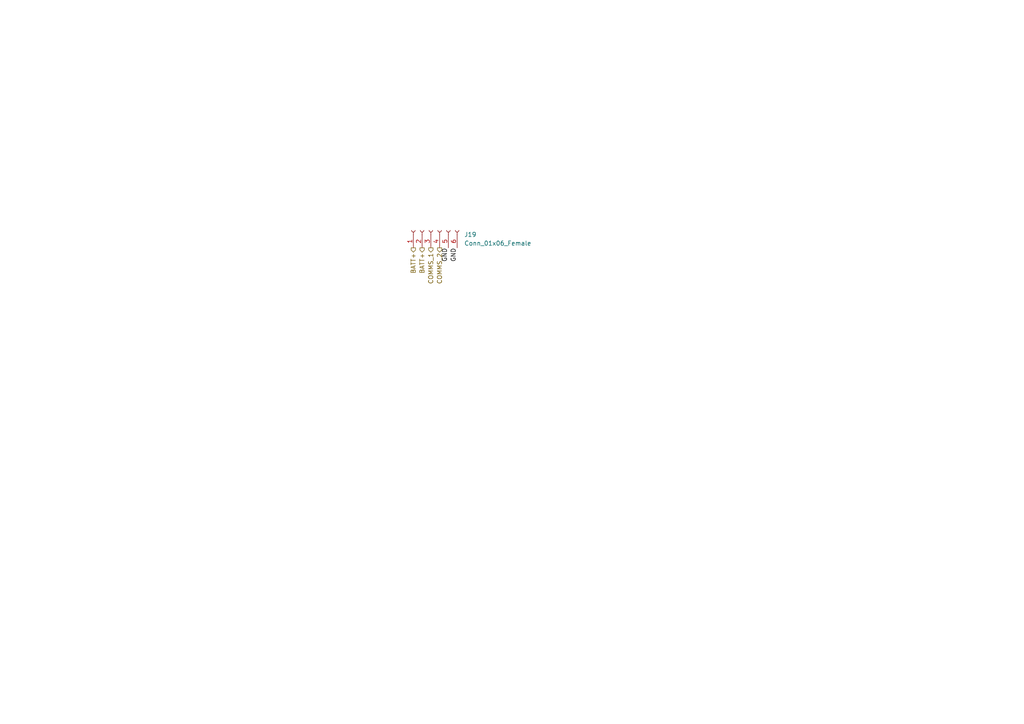
<source format=kicad_sch>
(kicad_sch (version 20210621) (generator eeschema)
  (paper "A4")
  (lib_symbols
    (symbol "Connector:Conn_01x06_Female" (pin_names (offset 1.016) hide)
      (property "Reference" "J" (at 0 7.62 0))
      (property "Value" "Conn_01x06_Female" (at 0 -10.16 0))
      (symbol "Conn_01x06_Female_1_1"
        (arc (start 0 -7.112) (mid -0.508 -7.62) (end 0 -8.128) (stroke (width 0.1524)))
        (arc (start 0 -4.572) (mid -0.508 -5.08) (end 0 -5.588) (stroke (width 0.1524)))
        (arc (start 0 -2.032) (mid -0.508 -2.54) (end 0 -3.048) (stroke (width 0.1524)))
        (polyline (pts (xy -1.27 -7.62) (xy -0.508 -7.62)) (stroke (width 0.1524)))
        (polyline (pts (xy -1.27 -5.08) (xy -0.508 -5.08)) (stroke (width 0.1524)))
        (polyline (pts (xy -1.27 -2.54) (xy -0.508 -2.54)) (stroke (width 0.1524)))
        (polyline (pts (xy -1.27 0) (xy -0.508 0)) (stroke (width 0.1524)))
        (polyline (pts (xy -1.27 2.54) (xy -0.508 2.54)) (stroke (width 0.1524)))
        (polyline (pts (xy -1.27 5.08) (xy -0.508 5.08)) (stroke (width 0.1524)))
        (arc (start 0 0.508) (mid -0.508 0) (end 0 -0.508) (stroke (width 0.1524)))
        (arc (start 0 3.048) (mid -0.508 2.54) (end 0 2.032) (stroke (width 0.1524)))
        (arc (start 0 5.588) (mid -0.508 5.08) (end 0 4.572) (stroke (width 0.1524)))
        (pin passive line (at -5.08 5.08 0) (length 3.81) (name "Pin_1") (number "1"))
        (pin passive line (at -5.08 2.54 0) (length 3.81) (name "Pin_2") (number "2"))
        (pin passive line (at -5.08 0 0) (length 3.81) (name "Pin_3") (number "3"))
        (pin passive line (at -5.08 -2.54 0) (length 3.81) (name "Pin_4") (number "4"))
        (pin passive line (at -5.08 -5.08 0) (length 3.81) (name "Pin_5") (number "5"))
        (pin passive line (at -5.08 -7.62 0) (length 3.81) (name "Pin_6") (number "6"))
      )
    )
  )
  (label "GND" (at 130.048 71.882 270))
  (label "GND" (at 132.588 71.882 270))
  (hierarchical_label "BATT+" (shape output) (at 122.428 71.882 270))
  (hierarchical_label "COMMS_1" (shape output) (at 124.968 71.882 270))
  (hierarchical_label "COMMS_2" (shape output) (at 127.508 71.882 270))
  (hierarchical_label "BATT+" (shape output) (at 119.888 71.882 270))
  (symbol (lib_id "Connector:Conn_01x06_Female") (at 124.968 66.802 90) (unit 1)
    (property "Reference" "J19" (at 134.62 68.0338 90) (effects (justify right)))
    (property "Value" "Conn_01x06_Female" (at 134.62 70.5738 90) (effects (justify right)))
    (property "Footprint" "Connector_JST:JST_VH_B6P-VH-FB-B_1x06_P3.96mm_Vertical" (effects hide))
  )
)
</source>
